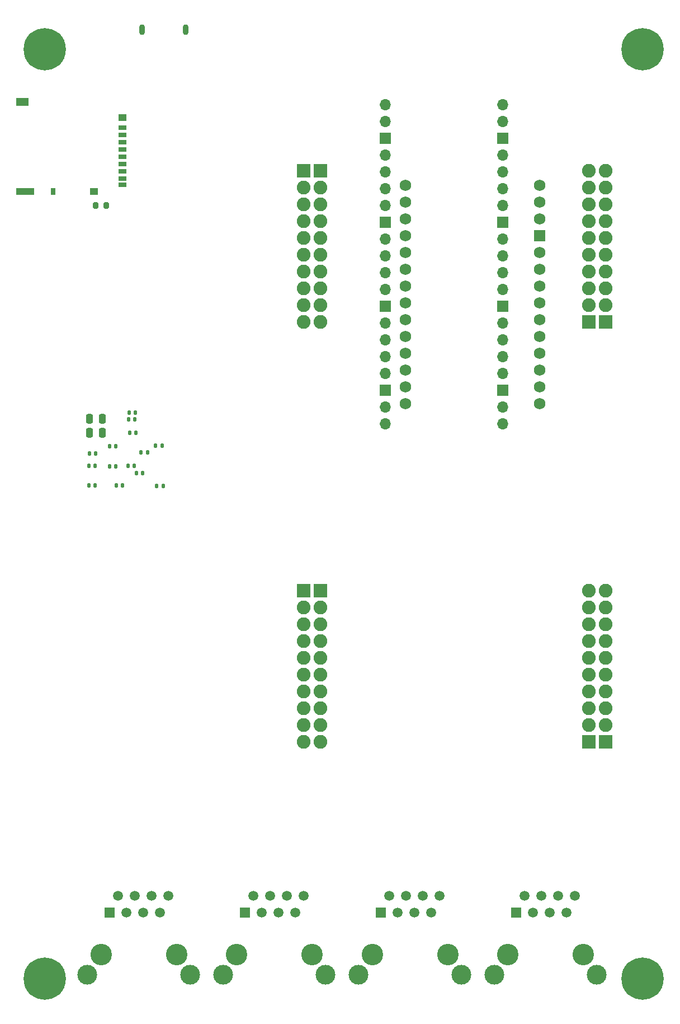
<source format=gbr>
%TF.GenerationSoftware,KiCad,Pcbnew,8.0.5-8.0.5-0~ubuntu22.04.1*%
%TF.CreationDate,2024-09-18T21:08:09+02:00*%
%TF.ProjectId,ohsim_launchpad,6f687369-6d5f-46c6-9175-6e6368706164,rev?*%
%TF.SameCoordinates,Original*%
%TF.FileFunction,Soldermask,Bot*%
%TF.FilePolarity,Negative*%
%FSLAX46Y46*%
G04 Gerber Fmt 4.6, Leading zero omitted, Abs format (unit mm)*
G04 Created by KiCad (PCBNEW 8.0.5-8.0.5-0~ubuntu22.04.1) date 2024-09-18 21:08:09*
%MOMM*%
%LPD*%
G01*
G04 APERTURE LIST*
G04 Aperture macros list*
%AMRoundRect*
0 Rectangle with rounded corners*
0 $1 Rounding radius*
0 $2 $3 $4 $5 $6 $7 $8 $9 X,Y pos of 4 corners*
0 Add a 4 corners polygon primitive as box body*
4,1,4,$2,$3,$4,$5,$6,$7,$8,$9,$2,$3,0*
0 Add four circle primitives for the rounded corners*
1,1,$1+$1,$2,$3*
1,1,$1+$1,$4,$5*
1,1,$1+$1,$6,$7*
1,1,$1+$1,$8,$9*
0 Add four rect primitives between the rounded corners*
20,1,$1+$1,$2,$3,$4,$5,0*
20,1,$1+$1,$4,$5,$6,$7,0*
20,1,$1+$1,$6,$7,$8,$9,0*
20,1,$1+$1,$8,$9,$2,$3,0*%
G04 Aperture macros list end*
%ADD10RoundRect,0.200000X-0.200000X-0.275000X0.200000X-0.275000X0.200000X0.275000X-0.200000X0.275000X0*%
%ADD11R,1.200000X0.700000*%
%ADD12R,0.800000X1.000000*%
%ADD13R,1.200000X1.000000*%
%ADD14R,2.800000X1.000000*%
%ADD15R,1.900000X1.300000*%
%ADD16C,6.400000*%
%ADD17C,1.727200*%
%ADD18R,1.727200X1.727200*%
%ADD19C,3.250000*%
%ADD20R,1.500000X1.500000*%
%ADD21C,1.500000*%
%ADD22C,3.000000*%
%ADD23RoundRect,0.102000X-0.939800X0.939800X-0.939800X-0.939800X0.939800X-0.939800X0.939800X0.939800X0*%
%ADD24C,2.083600*%
%ADD25O,0.900000X1.600000*%
%ADD26O,1.700000X1.700000*%
%ADD27R,1.700000X1.700000*%
%ADD28RoundRect,0.140000X-0.140000X-0.170000X0.140000X-0.170000X0.140000X0.170000X-0.140000X0.170000X0*%
%ADD29RoundRect,0.250000X0.250000X0.475000X-0.250000X0.475000X-0.250000X-0.475000X0.250000X-0.475000X0*%
G04 APERTURE END LIST*
D10*
%TO.C,R68*%
X187675000Y-88100000D03*
X189325000Y-88100000D03*
%TD*%
D11*
%TO.C,J7*%
X191700000Y-76350000D03*
X191700000Y-77450000D03*
X191700000Y-78550000D03*
X191700000Y-79650000D03*
X191700000Y-80750000D03*
X191700000Y-81850000D03*
X191700000Y-82950000D03*
X191700000Y-84050000D03*
X191700000Y-85000000D03*
D12*
X181200000Y-85950000D03*
D13*
X187400000Y-85950000D03*
D14*
X177050000Y-85950000D03*
D13*
X191700000Y-74800000D03*
D15*
X176600000Y-72450000D03*
%TD*%
D16*
%TO.C,H3*%
X270500000Y-205000000D03*
%TD*%
D17*
%TO.C,A1*%
X254900000Y-90160000D03*
X254900000Y-85080000D03*
X234580000Y-87620000D03*
X234580000Y-90160000D03*
X234580000Y-92700000D03*
X234580000Y-95240000D03*
X234580000Y-97780000D03*
X234580000Y-100320000D03*
X234580000Y-102860000D03*
X234580000Y-85080000D03*
X234580000Y-105400000D03*
X234580000Y-107940000D03*
X234580000Y-110480000D03*
X234580000Y-113020000D03*
X234580000Y-115560000D03*
X234580000Y-118100000D03*
X254900000Y-118100000D03*
X254900000Y-115560000D03*
X254900000Y-113020000D03*
X254900000Y-110480000D03*
X254900000Y-107940000D03*
X254900000Y-105400000D03*
X254900000Y-102860000D03*
X254900000Y-100320000D03*
X254900000Y-97780000D03*
D18*
X254900000Y-92700000D03*
D17*
X254900000Y-95240000D03*
X254900000Y-87620000D03*
%TD*%
D16*
%TO.C,H4*%
X180000000Y-205000000D03*
%TD*%
%TO.C,H1*%
X270500000Y-64500000D03*
%TD*%
D19*
%TO.C,J5*%
X250077500Y-201350000D03*
X261507500Y-201350000D03*
D20*
X251347500Y-195000000D03*
D21*
X252617500Y-192460000D03*
X253887500Y-195000000D03*
X255157500Y-192460000D03*
X256427500Y-195000000D03*
X257697500Y-192460000D03*
X258967500Y-195000000D03*
X260237500Y-192460000D03*
D22*
X248022500Y-204400000D03*
X263562500Y-204400000D03*
%TD*%
D19*
%TO.C,J3*%
X209020833Y-201350000D03*
X220450833Y-201350000D03*
D20*
X210290833Y-195000000D03*
D21*
X211560833Y-192460000D03*
X212830833Y-195000000D03*
X214100833Y-192460000D03*
X215370833Y-195000000D03*
X216640833Y-192460000D03*
X217910833Y-195000000D03*
X219180833Y-192460000D03*
D22*
X206965833Y-204400000D03*
X222505833Y-204400000D03*
%TD*%
D19*
%TO.C,J4*%
X229549166Y-201350000D03*
X240979166Y-201350000D03*
D20*
X230819166Y-195000000D03*
D21*
X232089166Y-192460000D03*
X233359166Y-195000000D03*
X234629166Y-192460000D03*
X235899166Y-195000000D03*
X237169166Y-192460000D03*
X238439166Y-195000000D03*
X239709166Y-192460000D03*
D22*
X227494166Y-204400000D03*
X243034166Y-204400000D03*
%TD*%
D16*
%TO.C,H2*%
X180000000Y-64500000D03*
%TD*%
D23*
%TO.C,U3*%
X219160000Y-82840000D03*
D24*
X219160000Y-85380000D03*
X219160000Y-87920000D03*
X219160000Y-90460000D03*
X219160000Y-93000000D03*
X219160000Y-95540000D03*
X219160000Y-98080000D03*
X219160000Y-100620000D03*
X219160000Y-103160000D03*
X219160000Y-105700000D03*
D23*
X264880000Y-105700000D03*
D24*
X264880000Y-103160000D03*
X264880000Y-100620000D03*
X264880000Y-98080000D03*
X264880000Y-95540000D03*
X264880000Y-93000000D03*
X264880000Y-90460000D03*
X264880000Y-87920000D03*
X264880000Y-85380000D03*
X264880000Y-82840000D03*
D23*
X221700000Y-82840000D03*
D24*
X221700000Y-85380000D03*
X221700000Y-87920000D03*
X221700000Y-90460000D03*
X221700000Y-93000000D03*
X221700000Y-95540000D03*
X221700000Y-98080000D03*
X221700000Y-100620000D03*
X221700000Y-103160000D03*
X221700000Y-105700000D03*
D23*
X262340000Y-105700000D03*
D24*
X262340000Y-103160000D03*
X262340000Y-100620000D03*
X262340000Y-98080000D03*
X262340000Y-95540000D03*
X262340000Y-93000000D03*
X262340000Y-90460000D03*
X262340000Y-87920000D03*
X262340000Y-85380000D03*
X262340000Y-82840000D03*
D23*
X219160000Y-146340000D03*
D24*
X219160000Y-148880000D03*
X219160000Y-151420000D03*
X219160000Y-153960000D03*
X219160000Y-156500000D03*
X219160000Y-159040000D03*
X219160000Y-161580000D03*
X219160000Y-164120000D03*
X219160000Y-166660000D03*
X219160000Y-169200000D03*
D23*
X264880000Y-169200000D03*
D24*
X264880000Y-166660000D03*
X264880000Y-164120000D03*
X264880000Y-161580000D03*
X264880000Y-159040000D03*
X264880000Y-156500000D03*
X264880000Y-153960000D03*
X264880000Y-151420000D03*
X264880000Y-148880000D03*
X264880000Y-146340000D03*
D23*
X221700000Y-146340000D03*
D24*
X221700000Y-148880000D03*
X221700000Y-151420000D03*
X221700000Y-153960000D03*
X221700000Y-156500000D03*
X221700000Y-159040000D03*
X221700000Y-161580000D03*
X221700000Y-164120000D03*
X221700000Y-166660000D03*
X221700000Y-169200000D03*
D23*
X262340000Y-169200000D03*
D24*
X262340000Y-166660000D03*
X262340000Y-164120000D03*
X262340000Y-161580000D03*
X262340000Y-159040000D03*
X262340000Y-156500000D03*
X262340000Y-153960000D03*
X262340000Y-151420000D03*
X262340000Y-148880000D03*
X262340000Y-146340000D03*
%TD*%
D25*
%TO.C,J1*%
X201300000Y-61525000D03*
X194700000Y-61525000D03*
%TD*%
D26*
%TO.C,U15*%
X231520000Y-72870000D03*
X231520000Y-75410000D03*
D27*
X231520000Y-77950000D03*
D26*
X231520000Y-80490000D03*
X231520000Y-83030000D03*
X231520000Y-85570000D03*
X231520000Y-88110000D03*
D27*
X231520000Y-90650000D03*
D26*
X231520000Y-93190000D03*
X231520000Y-95730000D03*
X231520000Y-98270000D03*
X231520000Y-100810000D03*
D27*
X231520000Y-103350000D03*
D26*
X231520000Y-105890000D03*
X231520000Y-108430000D03*
X231520000Y-110970000D03*
X231520000Y-113510000D03*
D27*
X231520000Y-116050000D03*
D26*
X231520000Y-118590000D03*
X231520000Y-121130000D03*
X249300000Y-121130000D03*
X249300000Y-118590000D03*
D27*
X249300000Y-116050000D03*
D26*
X249300000Y-113510000D03*
X249300000Y-110970000D03*
X249300000Y-108430000D03*
X249300000Y-105890000D03*
D27*
X249300000Y-103350000D03*
D26*
X249300000Y-100810000D03*
X249300000Y-98270000D03*
X249300000Y-95730000D03*
X249300000Y-93190000D03*
D27*
X249300000Y-90650000D03*
D26*
X249300000Y-88110000D03*
X249300000Y-85570000D03*
X249300000Y-83030000D03*
X249300000Y-80490000D03*
D27*
X249300000Y-77950000D03*
D26*
X249300000Y-75410000D03*
X249300000Y-72870000D03*
%TD*%
D19*
%TO.C,J2*%
X188492500Y-201350000D03*
X199922500Y-201350000D03*
D20*
X189762500Y-195000000D03*
D21*
X191032500Y-192460000D03*
X192302500Y-195000000D03*
X193572500Y-192460000D03*
X194842500Y-195000000D03*
X196112500Y-192460000D03*
X197382500Y-195000000D03*
X198652500Y-192460000D03*
D22*
X186437500Y-204400000D03*
X201977500Y-204400000D03*
%TD*%
D28*
%TO.C,C41*%
X190770000Y-130450000D03*
X191730000Y-130450000D03*
%TD*%
D29*
%TO.C,C19*%
X188650000Y-120400000D03*
X186750000Y-120400000D03*
%TD*%
D28*
%TO.C,C44*%
X192570000Y-127500000D03*
X193530000Y-127500000D03*
%TD*%
D29*
%TO.C,C22*%
X188650000Y-122500000D03*
X186750000Y-122500000D03*
%TD*%
D28*
%TO.C,C11*%
X186720000Y-125600000D03*
X187680000Y-125600000D03*
%TD*%
%TO.C,C21*%
X196770000Y-124450000D03*
X197730000Y-124450000D03*
%TD*%
%TO.C,C43*%
X196920000Y-130500000D03*
X197880000Y-130500000D03*
%TD*%
%TO.C,C13*%
X186670000Y-127500000D03*
X187630000Y-127500000D03*
%TD*%
%TO.C,C34*%
X194570000Y-125450000D03*
X195530000Y-125450000D03*
%TD*%
%TO.C,C36*%
X192820000Y-122500000D03*
X193780000Y-122500000D03*
%TD*%
%TO.C,C42*%
X189770000Y-124500000D03*
X190730000Y-124500000D03*
%TD*%
%TO.C,C31*%
X193820000Y-128550000D03*
X194780000Y-128550000D03*
%TD*%
%TO.C,C38*%
X192720000Y-119400000D03*
X193680000Y-119400000D03*
%TD*%
%TO.C,C39*%
X189770000Y-127600000D03*
X190730000Y-127600000D03*
%TD*%
%TO.C,C17*%
X192670000Y-120450000D03*
X193630000Y-120450000D03*
%TD*%
%TO.C,C35*%
X186620000Y-130450000D03*
X187580000Y-130450000D03*
%TD*%
M02*

</source>
